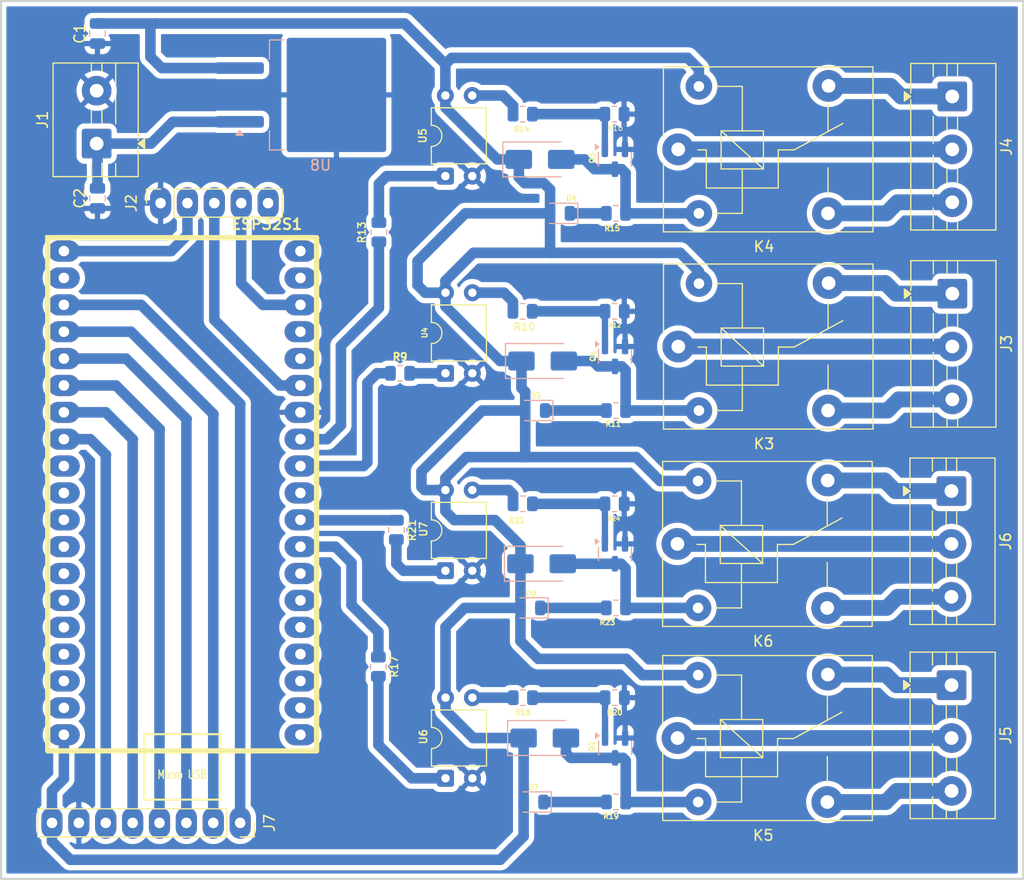
<source format=kicad_pcb>
(kicad_pcb (version 20241229) (generator "pcbnew") (generator_version "9.0")
  (layers (0 "F.Cu" signal) (2 "B.Cu" signal) (13 "F.Paste" user) (15 "B.Paste" user) (5 "F.SilkS" user "F.Silkscreen") (7 "B.SilkS" user "B.Silkscreen") (1 "F.Mask" user) (3 "B.Mask" user) (25 "Edge.Cuts" user))
  (net 0 "")
  (net 1 "5V")
  (net 2 "COM")
  (net 3 "NO")
  (net 4 "NC")
  (net 5 "GND")
  (net 7 "Net-(D3-K)")
  (net 8 "Net-(D4-K)")
  (net 9 "Net-(D5-A)")
  (net 10 "Net-(D6-A)")
  (net 11 "Net-(D7-K)")
  (net 12 "Net-(D8-A)")
  (net 13 "Net-(D9-K)")
  (net 14 "Net-(D10-A)")
  (net 15 "NC-1")
  (net 16 "COM-1")
  (net 17 "NO-1")
  (net 18 "COM-2")
  (net 19 "NC-2")
  (net 20 "NO-2")
  (net 21 "NO-3")
  (net 22 "NC-3")
  (net 23 "COM-3")
  (net 24 "GIO21")
  (net 25 "Net-(R9-Pad1)")
  (net 26 "Net-(R10-Pad1)")
  (net 27 "GIO22")
  (net 28 "Net-(R13-Pad1)")
  (net 29 "Net-(R14-Pad1)")
  (net 30 "GIO16")
  (net 31 "Net-(R17-Pad1)")
  (net 32 "Net-(R18-Pad1)")
  (net 33 "Net-(R21-Pad1)")
  (net 34 "GIO17")
  (net 35 "Net-(R22-Pad1)")
  (net 43 "GIO36")
  (net 44 "GIO19")
  (net 45 "GIO32")
  (net 47 "3,3V")
  (net 58 "GIO34")
  (net 59 "GIO39")
  (net 61 "GIO18")
  (net 64 "GIO35")
  (net 66 "GIO33")
  (net 67 "Net-(Q1-G)")
  (net 68 "Net-(Q2-G)")
  (net 69 "Net-(Q3-G)")
  (net 70 "Net-(Q4-G)")
  (net 71 "Net-(J1-Pin_1)")
  (footprint "Relay_THT:Relay_SPDT_SANYOU_SRD_Series_Form_C" (layer "F.Cu") (at 96.3775 89.06)
    (property "Reference" "K3" (at 8.1 9.2 0) (layer "F.SilkS"))
    (property "Value" "Relay" (hide yes))
    (pad "1" thru_hole circle (at 0 0 90) (size 3 3) (drill 1.3) (layers "*.Cu" "*.Mask") (net 2 "COM"))
    (pad "2" thru_hole circle (at 1.95 6.05 90) (size 2.5 2.5) (drill 1) (layers "*.Cu" "*.Mask") (net 9 "Net-(D5-A)"))
    (pad "3" thru_hole circle (at 14.15 6.05 90) (size 3 3) (drill 1.3) (layers "*.Cu" "*.Mask") (net 3 "NO"))
    (pad "4" thru_hole circle (at 14.2 -6 90) (size 3 3) (drill 1.3) (layers "*.Cu" "*.Mask") (net 4 "NC"))
    (pad "5" thru_hole circle (at 1.95 -5.95 90) (size 2.5 2.5) (drill 1) (layers "*.Cu" "*.Mask") (net 1 "5V"))
  )
  (footprint "Package_DIP:DIP-4_W7.62mm" (layer "F.Cu") (at 74.3775 91.59 90)
    (property "Reference" "U4" (at 3.83 -1.9675 90) (layer "F.SilkS") (effects (font (size 0.5 0.5) (thickness 0.125) (bold yes))))
    (property "Value" "PC817")
    (pad "1" thru_hole roundrect (at 0 0 90) (size 1.6 1.6) (drill 0.8) (layers "*.Cu" "*.Mask") (roundrect_rratio 0.15625) (net 25 "Net-(R9-Pad1)"))
    (pad "2" thru_hole circle (at 0 2.54 90) (size 1.6 1.6) (drill 0.8) (layers "*.Cu" "*.Mask") (net 5 "GND"))
    (pad "3" thru_hole circle (at 7.62 2.54 90) (size 1.6 1.6) (drill 0.8) (layers "*.Cu" "*.Mask") (net 26 "Net-(R10-Pad1)"))
    (pad "4" thru_hole circle (at 7.62 0 90) (size 1.6 1.6) (drill 0.8) (layers "*.Cu" "*.Mask") (net 1 "5V"))
  )
  (footprint "Relay_THT:Relay_SPDT_SANYOU_SRD_Series_Form_C" (layer "F.Cu") (at 96.37 70.42)
    (property "Reference" "K4" (at 8.1 9.2 0) (layer "F.SilkS"))
    (property "Value" "Relay" (hide yes))
    (pad "1" thru_hole circle (at 0 0 90) (size 3 3) (drill 1.3) (layers "*.Cu" "*.Mask") (net 16 "COM-1"))
    (pad "2" thru_hole circle (at 1.95 6.05 90) (size 2.5 2.5) (drill 1) (layers "*.Cu" "*.Mask") (net 10 "Net-(D6-A)"))
    (pad "3" thru_hole circle (at 14.15 6.05 90) (size 3 3) (drill 1.3) (layers "*.Cu" "*.Mask") (net 17 "NO-1"))
    (pad "4" thru_hole circle (at 14.2 -6 90) (size 3 3) (drill 1.3) (layers "*.Cu" "*.Mask") (net 15 "NC-1"))
    (pad "5" thru_hole circle (at 1.95 -5.95 90) (size 2.5 2.5) (drill 1) (layers "*.Cu" "*.Mask") (net 1 "5V"))
  )
  (footprint "Package_DIP:DIP-4_W7.62mm" (layer "F.Cu") (at 74.385 129.875 90)
    (property "Reference" "U6" (at 3.925 -2.095 90) (layer "F.SilkS") (effects (font (size 0.7 0.7) (thickness 0.14) (bold yes))))
    (property "Value" "PC817")
    (pad "1" thru_hole roundrect (at 0 0 90) (size 1.6 1.6) (drill 0.8) (layers "*.Cu" "*.Mask") (roundrect_rratio 0.15625) (net 31 "Net-(R17-Pad1)"))
    (pad "2" thru_hole circle (at 0 2.54 90) (size 1.6 1.6) (drill 0.8) (layers "*.Cu" "*.Mask") (net 5 "GND"))
    (pad "3" thru_hole circle (at 7.62 2.54 90) (size 1.6 1.6) (drill 0.8) (layers "*.Cu" "*.Mask") (net 32 "Net-(R18-Pad1)"))
    (pad "4" thru_hole circle (at 7.62 0 90) (size 1.6 1.6) (drill 0.8) (layers "*.Cu" "*.Mask") (net 1 "5V"))
  )
  (footprint "TerminalBlock:TerminalBlock_MaiXu_MX126-5.0-03P_1x03_P5.00mm" (layer "F.Cu") (at 122.2675 84.06 -90)
    (property "Reference" "J3" (at 4.75 -5.12 90) (layer "F.SilkS"))
    (property "Value" "Screw_Terminal_01x03" (hide yes))
    (pad "1" thru_hole roundrect (at 0 0 270) (size 2.8 2.8) (drill 1.3) (layers "*.Cu" "*.Mask") (roundrect_rratio 0.089286) (net 4 "NC"))
    (pad "2" thru_hole circle (at 5 0 270) (size 2.8 2.8) (drill 1.3) (layers "*.Cu" "*.Mask") (net 2 "COM"))
    (pad "3" thru_hole circle (at 10 0 270) (size 2.8 2.8) (drill 1.3) (layers "*.Cu" "*.Mask") (net 3 "NO"))
  )
  (footprint "TerminalBlock:TerminalBlock_MaiXu_MX126-5.0-03P_1x03_P5.00mm" (layer "F.Cu") (at 122.26 65.42 -90)
    (property "Reference" "J4" (at 4.75 -5.12 90) (layer "F.SilkS"))
    (property "Value" "Screw_Terminal_01x03" (hide yes))
    (pad "1" thru_hole roundrect (at 0 0 270) (size 2.8 2.8) (drill 1.3) (layers "*.Cu" "*.Mask") (roundrect_rratio 0.089286) (net 15 "NC-1"))
    (pad "2" thru_hole circle (at 5 0 270) (size 2.8 2.8) (drill 1.3) (layers "*.Cu" "*.Mask") (net 16 "COM-1"))
    (pad "3" thru_hole circle (at 10 0 270) (size 2.8 2.8) (drill 1.3) (layers "*.Cu" "*.Mask") (net 17 "NO-1"))
  )
  (footprint "Relay_THT:Relay_SPDT_SANYOU_SRD_Series_Form_C" (layer "F.Cu") (at 96.305 126.07)
    (property "Reference" "K5" (at 8.1 9.2 0) (layer "F.SilkS"))
    (property "Value" "Relay" (hide yes))
    (pad "1" thru_hole circle (at 0 0 90) (size 3 3) (drill 1.3) (layers "*.Cu" "*.Mask") (net 23 "COM-3"))
    (pad "2" thru_hole circle (at 1.95 6.05 90) (size 2.5 2.5) (drill 1) (layers "*.Cu" "*.Mask") (net 12 "Net-(D8-A)"))
    (pad "3" thru_hole circle (at 14.15 6.05 90) (size 3 3) (drill 1.3) (layers "*.Cu" "*.Mask") (net 21 "NO-3"))
    (pad "4" thru_hole circle (at 14.2 -6 90) (size 3 3) (drill 1.3) (layers "*.Cu" "*.Mask") (net 22 "NC-3"))
    (pad "5" thru_hole circle (at 1.95 -5.95 90) (size 2.5 2.5) (drill 1) (layers "*.Cu" "*.Mask") (net 1 "5V"))
  )
  (footprint "Package_DIP:DIP-4_W7.62mm" (layer "F.Cu") (at 74.37 72.95 90)
    (property "Reference" "U5" (at 3.815 -2.145 90) (layer "F.SilkS") (effects (font (size 0.7 0.7) (thickness 0.14) (bold yes))))
    (property "Value" "PC817")
    (pad "1" thru_hole roundrect (at 0 0 90) (size 1.6 1.6) (drill 0.8) (layers "*.Cu" "*.Mask") (roundrect_rratio 0.15625) (net 28 "Net-(R13-Pad1)"))
    (pad "2" thru_hole circle (at 0 2.54 90) (size 1.6 1.6) (drill 0.8) (layers "*.Cu" "*.Mask") (net 5 "GND"))
    (pad "3" thru_hole circle (at 7.62 2.54 90) (size 1.6 1.6) (drill 0.8) (layers "*.Cu" "*.Mask") (net 29 "Net-(R14-Pad1)"))
    (pad "4" thru_hole circle (at 7.62 0 90) (size 1.6 1.6) (drill 0.8) (layers "*.Cu" "*.Mask") (net 1 "5V"))
  )
  (footprint "TerminalBlock:TerminalBlock_MaiXu_MX126-5.0-02P_1x02_P5.00mm" (layer "F.Cu") (at 41.4225 69.875 90)
    (property "Reference" "J1" (at 2.25 -5.12 90) (layer "F.SilkS"))
    (property "Value" "Screw_Terminal_01x02" (hide yes))
    (pad "1" thru_hole roundrect (at 0 0 90) (size 2.8 2.8) (drill 1.3) (layers "*.Cu" "*.Mask") (roundrect_rratio 0.089286) (net 71 "Net-(J1-Pin_1)"))
    (pad "2" thru_hole circle (at 5 0 90) (size 2.8 2.8) (drill 1.3) (layers "*.Cu" "*.Mask") (net 5 "GND"))
  )
  (footprint "Connector_PinSocket_2.54mm:PinSocket_1x05_P2.54mm_Vertical" (layer "F.Cu") (at 47.46 75.5 90)
    (property "Reference" "J2" (at 0 -2.77 90) (layer "F.SilkS"))
    (property "Value" "Conn_01x04" (hide yes))
    (pad "1" thru_hole oval (at 0 0 90) (size 3 2) (drill 1) (layers "*.Cu" "*.Mask") (net 5 "GND"))
    (pad "2" thru_hole oval (at 0 2.54 90) (size 3 2) (drill 1) (layers "*.Cu" "*.Mask") (net 47 "3,3V"))
    (pad "3" thru_hole oval (at 0 5.08 90) (size 3 2) (drill 1) (layers "*.Cu" "*.Mask") (net 24 "GIO21"))
    (pad "4" thru_hole oval (at 0 7.62 90) (size 3 2) (drill 1) (layers "*.Cu" "*.Mask") (net 27 "GIO22"))
    (pad "5" thru_hole oval (at 0 10.16 90) (size 3 2) (drill 1) (layers "*.Cu" "*.Mask"))
  )
  (footprint "Connector_PinSocket_2.54mm:PinSocket_1x08_P2.54mm_Vertical" (layer "F.Cu") (at 54.98 134.09 -90)
    (property "Reference" "J7" (at 0 -2.77 270) (layer "F.SilkS"))
    (property "Value" "Conn_01x08" (hide yes))
    (pad "1" thru_hole oval (at 0 0 270) (size 3 2) (drill 1) (layers "*.Cu" "*.Mask") (net 43 "GIO36"))
    (pad "2" thru_hole oval (at 0 2.54 270) (size 3 2) (drill 1) (layers "*.Cu" "*.Mask") (net 59 "GIO39"))
    (pad "3" thru_hole oval (at 0 5.08 270) (size 3 2) (drill 1) (layers "*.Cu" "*.Mask") (net 58 "GIO34"))
    (pad "4" thru_hole oval (at 0 7.62 270) (size 3 2) (drill 1) (layers "*.Cu" "*.Mask") (net 64 "GIO35"))
    (pad "5" thru_hole oval (at 0 10.16 270) (size 3 2) (drill 1) (layers "*.Cu" "*.Mask") (net 45 "GIO32"))
    (pad "6" thru_hole oval (at 0 12.7 270) (size 3 2) (drill 1) (layers "*.Cu" "*.Mask") (net 66 "GIO33"))
    (pad "7" thru_hole oval (at 0 15.24 270) (size 3 2) (drill 1) (layers "*.Cu" "*.Mask") (net 5 "GND"))
    (pad "8" thru_hole oval (at 0 17.78 270) (size 3 2) (drill 1) (layers "*.Cu" "*.Mask") (net 1 "5V"))
  )
  (footprint "Relay_THT:Relay_SPDT_SANYOU_SRD_Series_Form_C" (layer "F.Cu") (at 96.2925 107.72)
    (property "Reference" "K6" (at 8.1 9.2 0) (layer "F.SilkS"))
    (property "Value" "Relay" (hide yes))
    (pad "1" thru_hole circle (at 0 0 90) (size 3 3) (drill 1.3) (layers "*.Cu" "*.Mask") (net 18 "COM-2"))
    (pad "2" thru_hole circle (at 1.95 6.05 90) (size 2.5 2.5) (drill 1) (layers "*.Cu" "*.Mask") (net 14 "Net-(D10-A)"))
    (pad "3" thru_hole circle (at 14.15 6.05 90) (size 3 3) (drill 1.3) (layers "*.Cu" "*.Mask") (net 20 "NO-2"))
    (pad "4" thru_hole circle (at 14.2 -6 90) (size 3 3) (drill 1.3) (layers "*.Cu" "*.Mask") (net 19 "NC-2"))
    (pad "5" thru_hole circle (at 1.95 -5.95 90) (size 2.5 2.5) (drill 1) (layers "*.Cu" "*.Mask") (net 1 "5V"))
  )
  (footprint "6°3RA_Nahuel:ESP32S_38_PINES" (layer "F.Cu") (at 49.5 75.2565)
    (property "Reference" "ESP32S1" (at 8 2.2435 0) (layer "F.SilkS") (effects (font (thickness 0.2) (bold yes))))
    (property "Value" "~" (hide yes))
    (fp_text user "Micro USB" (at 0 54.737 0) (layer "F.SilkS") (effects (font (size 0.8 0.6) (thickness 0.12) (bold yes)) (justify bottom)))
    (pad "1" thru_hole oval (at 11.176 4.783) (size 3 2) (drill oval 1) (layers "*.Cu" "*.Mask"))
    (pad "2" thru_hole oval (at 11.176 7.323) (size 3 2) (drill oval 1) (layers "*.Cu" "*.Mask"))
    (pad "3" thru_hole oval (at 11.176 9.863) (size 3 2) (drill oval 1) (layers "*.Cu" "*.Mask") (net 27 "GIO22"))
    (pad "4" thru_hole oval (at 11.176 12.403) (size 3 2) (drill oval 1) (layers "*.Cu" "*.Mask"))
    (pad "5" thru_hole oval (at 11.176 14.943) (size 3 2) (drill oval 1) (layers "*.Cu" "*.Mask"))
    (pad "6" thru_hole oval (at 11.176 17.483) (size 3 2) (drill oval 1) (layers "*.Cu" "*.Mask") (net 24 "GIO21"))
    (pad "7" thru_hole oval (at 11.176 20.023) (size 3 2) (drill oval 1) (layers "*.Cu" "*.Mask") (net 5 "GND"))
    (pad "8" thru_hole oval (at 11.176 22.563) (size 3 2) (drill oval 1) (layers "*.Cu" "*.Mask") (net 44 "GIO19"))
    (pad "9" thru_hole oval (at 11.176 25.103) (size 3 2) (drill oval 1) (layers "*.Cu" "*.Mask") (net 61 "GIO18"))
    (pad "10" thru_hole oval (at 11.176 27.643) (size 3 2) (drill oval 1) (layers "*.Cu" "*.Mask"))
    (pad "11" thru_hole oval (at 11.176 30.183) (size 3 2) (drill oval 1) (layers "*.Cu" "*.Mask") (net 34 "GIO17"))
    (pad "12" thru_hole oval (at 11.176 32.723) (size 3 2) (drill oval 1) (layers "*.Cu" "*.Mask") (net 30 "GIO16"))
    (pad "13" thru_hole oval (at 11.176 35.263) (size 3 2) (drill oval 1) (layers "*.Cu" "*.Mask"))
    (pad "14" thru_hole oval (at 11.176 37.803) (size 3 2) (drill oval 1) (layers "*.Cu" "*.Mask"))
    (pad "15" thru_hole oval (at 11.176 40.343) (size 3 2) (drill oval 1) (layers "*.Cu" "*.Mask"))
    (pad "16" thru_hole oval (at 11.176 42.883) (size 3 2) (drill oval 1) (layers "*.Cu" "*.Mask"))
    (pad "17" thru_hole oval (at 11.176 45.423) (size 3 2) (drill oval 1) (layers "*.Cu" "*.Mask"))
    (pad "18" thru_hole oval (at 11.176 47.963) (size 3 2) (drill oval 1) (layers "*.Cu" "*.Mask"))
    (pad "19" thru_hole oval (at 11.176 50.503) (size 3 2) (drill oval 1) (layers "*.Cu" "*.Mask"))
    (pad "20" thru_hole oval (at -11.17 4.78) (size 3 2) (drill oval 1) (layers "*.Cu" "*.Mask") (net 47 "3,3V"))
    (pad "21" thru_hole oval (at -11.176 7.323) (size 3 2) (drill oval 1) (layers "*.Cu" "*.Mask"))
    (pad "22" thru_hole oval (at -11.176 9.863) (size 3 2) (drill oval 1) (layers "*.Cu" "*.Mask") (net 43 "GIO36"))
    (pad "23" thru_hole oval (at -11.176 12.403) (size 3 2) (drill oval 1) (layers "*.Cu" "*.Mask") (net 59 "GIO39"))
    (pad "24" thru_hole oval (at -11.176 14.943) (size 3 2) (drill oval 1) (layers "*.Cu" "*.Mask") (net 58 "GIO34"))
    (pad "25" thru_hole oval (at -11.176 17.483) (size 3 2) (drill oval 1) (layers "*.Cu" "*.Mask") (net 64 "GIO35"))
    (pad "26" thru_hole oval (at -11.176 20.023) (size 3 2) (drill oval 1) (layers "*.Cu" "*.Mask") (net 45 "GIO32"))
    (pad "27" thru_hole oval (at -11.176 22.563) (size 3 2) (drill oval 1) (layers "*.Cu" "*.Mask") (net 66 "GIO33"))
    (pad "28" thru_hole oval (at -11.176 25.103) (size 3 2) (drill oval 1) (layers "*.Cu" "*.Mask"))
    (pad "29" thru_hole oval (at -11.176 27.643) (size 3 2) (drill oval 1) (layers "*.Cu" "*.Mask"))
    (pad "30" thru_hole oval (at -11.176 30.183) (size 3 2) (drill oval 1) (layers "*.Cu" "*.Mask"))
    (pad "31" thru_hole oval (at -11.176 32.723) (size 3 2) (drill oval 1) (layers "*.Cu" "*.Mask"))
    (pad "32" thru_hole oval (at -11.176 35.263) (size 3 2) (drill oval 1) (layers "*.Cu" "*.Mask"))
    (pad "33" thru_hole oval (at -11.176 37.803) (size 3 2) (drill oval 1) (layers "*.Cu" "*.Mask"))
    (pad "34" thru_hole oval (at -11.176 40.343) (size 3 2) (drill oval 1) (layers "*.Cu" "*.Mask"))
    (pad "35" thru_hole oval (at -11.176 42.883) (size 3 2) (drill oval 1) (layers "*.Cu" "*.Mask"))
    (pad "36" thru_hole oval (at -11.176 45.423) (size 3 2) (drill oval 1) (layers "*.Cu" "*.Mask"))
    (pad "37" thru_hole oval (at -11.176 47.963) (size 3 2) (drill oval 1) (layers "*.Cu" "*.Mask"))
    (pad "38" thru_hole oval (at -11.176 50.503) (size 3 2) (drill oval 1) (layers "*.Cu" "*.Mask") (net 1 "5V"))
  )
  (footprint "TerminalBlock:TerminalBlock_MaiXu_MX126-5.0-03P_1x03_P5.00mm" (layer "F.Cu") (at 122.195 121.07 -90)
    (property "Reference" "J5" (at 4.75 -5.12 90) (layer "F.SilkS"))
    (property "Value" "Screw_Terminal_01x03" (hide yes))
    (pad "1" thru_hole roundrect (at 0 0 270) (size 2.8 2.8) (drill 1.3) (layers "*.Cu" "*.Mask") (roundrect_rratio 0.089286) (net 22 "NC-3"))
    (pad "2" thru_hole circle (at 5 0 270) (size 2.8 2.8) (drill 1.3) (layers "*.Cu" "*.Mask") (net 23 "COM-3"))
    (pad "3" thru_hole circle (at 10 0 270) (size 2.8 2.8) (drill 1.3) (layers "*.Cu" "*.Mask") (net 21 "NO-3"))
  )
  (footprint "Package_DIP:DIP-4_W7.62mm" (layer "F.Cu") (at 74.3725 110.25 90)
    (property "Reference" "U7" (at 3.92 -2.07 90) (layer "F.SilkS") (effects (font (size 0.7 0.7) (thickness 0.14) (bold yes))))
    (property "Value" "PC817")
    (pad "1" thru_hole roundrect (at 0 0 90) (size 1.6 1.6) (drill 0.8) (layers "*.Cu" "*.Mask") (roundrect_rratio 0.15625) (net 33 "Net-(R21-Pad1)"))
    (pad "2" thru_hole circle (at 0 2.54 90) (size 1.6 1.6) (drill 0.8) (layers "*.Cu" "*.Mask") (net 5 "GND"))
    (pad "3" thru_hole circle (at 7.62 2.54 90) (size 1.6 1.6) (drill 0.8) (layers "*.Cu" "*.Mask") (net 35 "Net-(R22-Pad1)"))
    (pad "4" thru_hole circle (at 7.62 0 90) (size 1.6 1.6) (drill 0.8) (layers "*.Cu" "*.Mask") (net 1 "5V"))
  )
  (footprint "TerminalBlock:TerminalBlock_MaiXu_MX126-5.0-03P_1x03_P5.00mm" (layer "F.Cu") (at 122.1825 102.72 -90)
    (property "Reference" "J6" (at 4.75 -5.12 90) (layer "F.SilkS"))
    (property "Value" "Screw_Terminal_01x03" (hide yes))
    (pad "1" thru_hole roundrect (at 0 0 270) (size 2.8 2.8) (drill 1.3) (layers "*.Cu" "*.Mask") (roundrect_rratio 0.089286) (net 19 "NC-2"))
    (pad "2" thru_hole circle (at 5 0 270) (size 2.8 2.8) (drill 1.3) (layers "*.Cu" "*.Mask") (net 18 "COM-2"))
    (pad "3" thru_hole circle (at 10 0 270) (size 2.8 2.8) (drill 1.3) (layers "*.Cu" "*.Mask") (net 20 "NO-2"))
  )
  (footprint "Resistor_SMD:R_0805_2012Metric" (layer "B.Cu") (at 90.485 113.77)
    (property "Reference" "R23" (at -0.8125 1.36 0) (layer "F.SilkS") (effects (font (size 0.5 0.5) (thickness 0.125))))
    (property "Value" "220Ω")
    (pad "1" smd roundrect (at -0.9125 0) (size 1.025 1.4) (layers "B.Cu" "B.Mask" "B.Paste") (roundrect_rratio 0.243902) (net 13 "Net-(D9-K)"))
    (pad "2" smd roundrect (at 0.9125 0) (size 1.025 1.4) (layers "B.Cu" "B.Mask" "B.Paste") (roundrect_rratio 0.243902) (net 14 "Net-(D10-A)"))
  )
  (footprint "Package_TO_SOT_SMD:TO-263-2" (layer "B.Cu") (at 62.575 65.275)
    (property "Reference" "U8" (at 0 6.65 0) (layer "B.SilkS") (effects (justify mirror)))
    (property "Value" "KA78M05_TO252")
    (pad "1" smd roundrect (at -7.65 2.54) (size 4.6 1.1) (layers "B.Cu" "B.Mask" "B.Paste") (roundrect_rratio 0.227273) (net 71 "Net-(J1-Pin_1)"))
    (pad "2" smd roundrect (at 1.5 0) (size 9.4 10.8) (layers "B.Cu" "B.Mask") (roundrect_rratio 0.026596) (net 5 "GND"))
    (pad "3" smd roundrect (at -7.65 -2.54) (size 4.6 1.1) (layers "B.Cu" "B.Mask" "B.Paste") (roundrect_rratio 0.227273) (net 1 "5V"))
  )
  (footprint "Resistor_SMD:R_0805_2012Metric" (layer "B.Cu") (at 90.3675 122.255)
    (property "Reference" "R20" (at 0 1.4 0) (layer "F.SilkS") (effects (font (size 0.5 0.5) (thickness 0.125))))
    (property "Value" "10KΩ")
    (pad "1" smd roundrect (at -0.9125 0) (size 1.025 1.4) (layers "B.Cu" "B.Mask" "B.Paste") (roundrect_rratio 0.243902) (net 68 "Net-(Q2-G)"))
    (pad "2" smd roundrect (at 0.9125 0) (size 1.025 1.4) (layers "B.Cu" "B.Mask" "B.Paste") (roundrect_rratio 0.243902) (net 5 "GND"))
  )
  (footprint "Resistor_SMD:R_0805_2012Metric" (layer "B.Cu") (at 81.6825 103.93)
    (property "Reference" "R22" (at -0.56 1.58 0) (layer "F.SilkS") (effects (font (size 0.5 0.5) (thickness 0.125))))
    (property "Value" "1KΩ")
    (pad "1" smd roundrect (at -0.9125 0) (size 1.025 1.4) (layers "B.Cu" "B.Mask" "B.Paste") (roundrect_rratio 0.243902) (net 35 "Net-(R22-Pad1)"))
    (pad "2" smd roundrect (at 0.9125 0) (size 1.025 1.4) (layers "B.Cu" "B.Mask" "B.Paste") (roundrect_rratio 0.243902) (net 67 "Net-(Q1-G)"))
  )
  (footprint "Resistor_SMD:R_0805_2012Metric" (layer "B.Cu") (at 90.4825 76.47)
    (property "Reference" "R15" (at -0.35 1.42 0) (layer "F.SilkS") (effects (font (size 0.5 0.5) (thickness 0.125))))
    (property "Value" "220Ω")
    (pad "1" smd roundrect (at -0.9125 0) (size 1.025 1.4) (layers "B.Cu" "B.Mask" "B.Paste") (roundrect_rratio 0.243902) (net 8 "Net-(D4-K)"))
    (pad "2" smd roundrect (at 0.9125 0) (size 1.025 1.4) (layers "B.Cu" "B.Mask" "B.Paste") (roundrect_rratio 0.243902) (net 10 "Net-(D6-A)"))
  )
  (footprint "Resistor_SMD:R_0805_2012Metric" (layer "B.Cu") (at 90.36 85.73)
    (property "Reference" "R12" (at 0.02 1.32 0) (layer "F.SilkS") (effects (font (size 0.4 0.4) (thickness 0.1))))
    (property "Value" "10KΩ")
    (pad "1" smd roundrect (at -0.9125 0) (size 1.025 1.4) (layers "B.Cu" "B.Mask" "B.Paste") (roundrect_rratio 0.243902) (net 70 "Net-(Q4-G)"))
    (pad "2" smd roundrect (at 0.9125 0) (size 1.025 1.4) (layers "B.Cu" "B.Mask" "B.Paste") (roundrect_rratio 0.243902) (net 5 "GND"))
  )
  (footprint "Resistor_SMD:R_0805_2012Metric" (layer "B.Cu") (at 90.355 103.93)
    (property "Reference" "R24" (at -0.0675 1.4 0) (layer "F.SilkS") (effects (font (size 0.4 0.4) (thickness 0.1))))
    (property "Value" "10KΩ")
    (pad "1" smd roundrect (at -0.9125 0) (size 1.025 1.4) (layers "B.Cu" "B.Mask" "B.Paste") (roundrect_rratio 0.243902) (net 67 "Net-(Q1-G)"))
    (pad "2" smd roundrect (at 0.9125 0) (size 1.025 1.4) (layers "B.Cu" "B.Mask" "B.Paste") (roundrect_rratio 0.243902) (net 5 "GND"))
  )
  (footprint "Diode_SMD:D_SMA" (layer "B.Cu") (at 83.4625 109.595)
    (property "Reference" "D10" (hide yes))
    (property "Value" "1N4007")
    (pad "1" smd roundrect (at -2 0) (size 2.5 1.8) (layers "B.Cu" "B.Mask" "B.Paste") (roundrect_rratio 0.1388888889) (net 1 "5V"))
    (pad "2" smd roundrect (at 2 0) (size 2.5 1.8) (layers "B.Cu" "B.Mask" "B.Paste") (roundrect_rratio 0.1388888889) (net 14 "Net-(D10-A)"))
  )
  (footprint "Diode_SMD:D_SMA" (layer "B.Cu") (at 83.56 90.43)
    (property "Reference" "D5" (hide yes))
    (property "Value" "1N4007")
    (pad "1" smd roundrect (at -2 0) (size 2.5 1.8) (layers "B.Cu" "B.Mask" "B.Paste") (roundrect_rratio 0.1388888889) (net 1 "5V"))
    (pad "2" smd roundrect (at 2 0) (size 2.5 1.8) (layers "B.Cu" "B.Mask" "B.Paste") (roundrect_rratio 0.1388888889) (net 9 "Net-(D5-A)"))
  )
  (footprint "Resistor_SMD:R_0805_2012Metric" (layer "B.Cu") (at 90.4975 132.12)
    (property "Reference" "R19" (at -0.47 1.34 0) (layer "F.SilkS") (effects (font (size 0.5 0.5) (thickness 0.125))))
    (property "Value" "220Ω")
    (pad "1" smd roundrect (at -0.9125 0) (size 1.025 1.4) (layers "B.Cu" "B.Mask" "B.Paste") (roundrect_rratio 0.243902) (net 11 "Net-(D7-K)"))
    (pad "2" smd roundrect (at 0.9125 0) (size 1.025 1.4) (layers "B.Cu" "B.Mask" "B.Paste") (roundrect_rratio 0.243902) (net 12 "Net-(D8-A)"))
  )
  (footprint "Capacitor_SMD:C_0805_2012Metric" (layer "B.Cu") (at 41.5 59.47 -90)
    (property "Reference" "C1" (at 0 1.68 90) (layer "F.SilkS"))
    (property "Value" "C_US" (hide yes))
    (pad "1" smd roundrect (at -0.95 0 270) (size 1 1.45) (layers "B.Cu" "B.Mask" "B.Paste") (net 1 "5V"))
    (pad "2" smd roundrect (at 0.95 0 270) (size 1 1.45) (layers "B.Cu" "B.Mask" "B.Paste") (net 5 "GND"))
  )
  (footprint "Diode_SMD:D_SMA" (layer "B.Cu") (at 83.76 126.07)
    (property "Reference" "D8" (hide yes))
    (property "Value" "1N4007")
    (pad "1" smd roundrect (at -2 0) (size 2.5 1.8) (layers "B.Cu" "B.Mask" "B.Paste") (roundrect_rratio 0.1388888889) (net 1 "5V"))
    (pad "2" smd roundrect (at 2 0) (size 2.5 1.8) (layers "B.Cu" "B.Mask" "B.Paste") (roundrect_rratio 0.1388888889) (net 12 "Net-(D8-A)"))
  )
  (footprint "Resistor_SMD:R_0805_2012Metric" (layer "B.Cu") (at 69.74 106.3975 90)
    (property "Reference" "R21" (at -0.0375 1.48 90) (layer "F.SilkS") (effects (font (size 0.7 0.7) (thickness 0.14) (bold yes))))
    (property "Value" "220Ω")
    (pad "1" smd roundrect (at -0.9125 0 90) (size 1.025 1.4) (layers "B.Cu" "B.Mask" "B.Paste") (roundrect_rratio 0.243902) (net 33 "Net-(R21-Pad1)"))
    (pad "2" smd roundrect (at 0.9125 0 90) (size 1.025 1.4) (layers "B.Cu" "B.Mask" "B.Paste") (roundrect_rratio 0.243902) (net 34 "GIO17"))
  )
  (footprint "Resistor_SMD:R_0805_2012Metric" (layer "B.Cu") (at 70.0875 91.59 180)
    (property "Reference" "R9" (at 0.0025 1.55 0) (layer "F.SilkS") (effects (font (size 0.7 0.7) (thickness 0.17) (bold yes))))
    (property "Value" "220Ω")
    (pad "1" smd roundrect (at -0.9125 0 180) (size 1.025 1.4) (layers "B.Cu" "B.Mask" "B.Paste") (roundrect_rratio 0.243902) (net 25 "Net-(R9-Pad1)"))
    (pad "2" smd roundrect (at 0.9125 0 180) (size 1.025 1.4) (layers "B.Cu" "B.Mask" "B.Paste") (roundrect_rratio 0.243902) (net 61 "GIO18"))
  )
  (footprint "LED_SMD:LED_0805_2012Metric" (layer "B.Cu") (at 82.4 113.77 180)
    (property "Reference" "D9" (at -0.06 1.34 0) (layer "F.SilkS") (effects (font (size 0.5 0.5) (thickness 0.125))))
    (property "Value" "LED")
    (pad "1" smd roundrect (at -0.9375 0 180) (size 0.975 1.4) (layers "B.Cu" "B.Mask" "B.Paste") (net 13 "Net-(D9-K)"))
    (pad "2" smd roundrect (at 0.9375 0 180) (size 0.975 1.4) (layers "B.Cu" "B.Mask" "B.Paste") (net 1 "5V"))
  )
  (footprint "Capacitor_SMD:C_0805_2012Metric" (layer "B.Cu") (at 41.5 75.05 -90)
    (property "Reference" "C2" (at 0 1.68 90) (layer "F.SilkS"))
    (property "Value" "C" (hide yes))
    (pad "1" smd roundrect (at -0.95 0 270) (size 1 1.45) (layers "B.Cu" "B.Mask" "B.Paste") (net 71 "Net-(J1-Pin_1)"))
    (pad "2" smd roundrect (at 0.95 0 270) (size 1 1.45) (layers "B.Cu" "B.Mask" "B.Paste") (net 5 "GND"))
  )
  (footprint "LED_SMD:LED_0805_2012Metric" (layer "B.Cu") (at 85.2 76.47 180)
    (property "Reference" "D4" (at -1.08 1.44 0) (layer "F.SilkS") (effects (font (size 0.5 0.5) (thickness 0.125))))
    (property "Value" "LED")
    (pad "1" smd roundrect (at -0.9375 0 180) (size 0.975 1.4) (layers "B.Cu" "B.Mask" "B.Paste") (net 8 "Net-(D4-K)"))
    (pad "2" smd roundrect (at 0.9375 0 180) (size 0.975 1.4) (layers "B.Cu" "B.Mask" "B.Paste") (net 1 "5V"))
  )
  (footprint "Package_TO_SOT_SMD:SOT-23" (layer "B.Cu") (at 90.3925 108.6575 -90)
    (property "Reference" "Q1" (hide yes))
    (property "Value" "2N7002")
    (pad "1" smd roundrect (at -0.9375 0.95 270) (size 1.475 0.6) (layers "B.Cu" "B.Mask" "B.Paste") (net 67 "Net-(Q1-G)"))
    (pad "2" smd roundrect (at -0.9375 -0.95 270) (size 1.475 0.6) (layers "B.Cu" "B.Mask" "B.Paste") (net 5 "GND"))
    (pad "3" smd roundrect (at 0.9375 0 270) (size 1.475 0.6) (layers "B.Cu" "B.Mask" "B.Paste") (net 14 "Net-(D10-A)"))
  )
  (footprint "Resistor_SMD:R_0805_2012Metric" (layer "B.Cu") (at 90.34 67.09)
    (property "Reference" "R16" (at 0.09 1.32 0) (layer "F.SilkS") (effects (font (size 0.5 0.5) (thickness 0.075))))
    (property "Value" "10KΩ")
    (pad "1" smd roundrect (at -0.9125 0) (size 1.025 1.4) (layers "B.Cu" "B.Mask" "B.Paste") (roundrect_rratio 0.243902) (net 69 "Net-(Q3-G)"))
    (pad "2" smd roundrect (at 0.9125 0) (size 1.025 1.4) (layers "B.Cu" "B.Mask" "B.Paste") (roundrect_rratio 0.243902) (net 5 "GND"))
  )
  (footprint "Package_TO_SOT_SMD:SOT-23" (layer "B.Cu") (at 90.39 71.3575 -90)
    (property "Reference" "Q3" (at -0.12 2.15 90) (layer "F.SilkS") (effects (font (size 0.5 0.5) (thickness 0.125))))
    (property "Value" "2N7002H")
    (pad "1" smd roundrect (at -0.9375 0.95 270) (size 1.475 0.6) (layers "B.Cu" "B.Mask" "B.Paste") (net 69 "Net-(Q3-G)"))
    (pad "2" smd roundrect (at -0.9375 -0.95 270) (size 1.475 0.6) (layers "B.Cu" "B.Mask" "B.Paste") (net 5 "GND"))
    (pad "3" smd roundrect (at 0.9375 0 270) (size 1.475 0.6) (layers "B.Cu" "B.Mask" "B.Paste") (net 10 "Net-(D6-A)"))
  )
  (footprint "Package_TO_SOT_SMD:SOT-23" (layer "B.Cu") (at 90.3975 89.9975 -90)
    (property "Reference" "Q4" (at -0.0225 2.0775 90) (layer "F.SilkS") (effects (font (size 0.5 0.5) (thickness 0.125))))
    (property "Value" "2N7002")
    (pad "1" smd roundrect (at -0.9375 0.95 270) (size 1.475 0.6) (layers "B.Cu" "B.Mask" "B.Paste") (net 70 "Net-(Q4-G)"))
    (pad "2" smd roundrect (at -0.9375 -0.95 270) (size 1.475 0.6) (layers "B.Cu" "B.Mask" "B.Paste") (net 5 "GND"))
    (pad "3" smd roundrect (at 0.9375 0 270) (size 1.475 0.6) (layers "B.Cu" "B.Mask" "B.Paste") (net 9 "Net-(D5-A)"))
  )
  (footprint "Resistor_SMD:R_0805_2012Metric" (layer "B.Cu") (at 81.695 122.255)
    (property "Reference" "R18" (at 0 1.4 0) (layer "F.SilkS") (effects (font (size 0.5 0.5) (thickness 0.125))))
    (property "Value" "1KΩ")
    (pad "1" smd roundrect (at -0.9125 0) (size 1.025 1.4) (layers "B.Cu" "B.Mask" "B.Paste") (roundrect_rratio 0.243902) (net 32 "Net-(R18-Pad1)"))
    (pad "2" smd roundrect (at 0.9125 0) (size 1.025 1.4) (layers "B.Cu" "B.Mask" "B.Paste") (roundrect_rratio 0.243902) (net 68 "Net-(Q2-G)"))
  )
  (footprint "Resistor_SMD:R_0805_2012Metric" (layer "B.Cu") (at 68.04 119.3275 90)
    (property "Reference" "R17" (at 0 1.49 90) (layer "F.SilkS") (effects (font (size 0.7 0.7) (thickness 0.14) (bold yes))))
    (property "Value" "220Ω")
    (pad "1" smd roundrect (at -0.9125 0 90) (size 1.025 1.4) (layers "B.Cu" "B.Mask" "B.Paste") (roundrect_rratio 0.243902) (net 31 "Net-(R17-Pad1)"))
    (pad "2" smd roundrect (at 0.9125 0 90) (size 1.025 1.4) (layers "B.Cu" "B.Mask" "B.Paste") (roundrect_rratio 0.243902) (net 30 "GIO16"))
  )
  (footprint "Resistor_SMD:R_0805_2012Metric" (layer "B.Cu") (at 81.6625 85.73)
    (property "Reference" "R10" (at 0.1725 1.47 0) (layer "F.SilkS") (effects (font (size 0.7 0.7))))
    (property "Value" "1KΩ")
    (pad "1" smd roundrect (at -0.9125 0) (size 1.025 1.4) (layers "B.Cu" "B.Mask" "B.Paste") (roundrect_rratio 0.243902) (net 26 "Net-(R10-Pad1)"))
    (pad "2" smd roundrect (at 0.9125 0) (size 1.025 1.4) (layers "B.Cu" "B.Mask" "B.Paste") (roundrect_rratio 0.243902) (net 70 "Net-(Q4-G)"))
  )
  (footprint "Package_TO_SOT_SMD:SOT-23" (layer "B.Cu") (at 90.405 127.0075 -90)
    (property "Reference" "Q2" (at -0.15 2.2 90) (layer "F.SilkS") (effects (font (size 0.5 0.5) (thickness 0.125))))
    (property "Value" "2N7002")
    (pad "1" smd roundrect (at -0.9375 0.95 270) (size 1.475 0.6) (layers "B.Cu" "B.Mask" "B.Paste") (net 68 "Net-(Q2-G)"))
    (pad "2" smd roundrect (at -0.9375 -0.95 270) (size 1.475 0.6) (layers "B.Cu" "B.Mask" "B.Paste") (net 5 "GND"))
    (pad "3" smd roundrect (at 0.9375 0 270) (size 1.475 0.6) (layers "B.Cu" "B.Mask" "B.Paste") (net 12 "Net-(D8-A)"))
  )
  (footprint "Resistor_SMD:R_0805_2012Metric" (layer "B.Cu") (at 90.49 95.11)
    (property "Reference" "R11" (at -0.26 1.27 0) (layer "F.SilkS") (effects (font (size 0.5 0.5) (thickness 0.125))))
    (property "Value" "220Ω")
    (pad "1" smd roundrect (at -0.9125 0) (size 1.025 1.4) (layers "B.Cu" "B.Mask" "B.Paste") (roundrect_rratio 0.243902) (net 7 "Net-(D3-K)"))
    (pad "2" smd roundrect (at 0.9125 0) (size 1.025 1.4) (layers "B.Cu" "B.Mask" "B.Paste") (roundrect_rratio 0.243902) (net 9 "Net-(D5-A)"))
  )
  (footprint "LED_SMD:LED_0805_2012Metric" (layer "B.Cu") (at 82.8525 95.11 180)
    (property "Reference" "D3" (at -0.0575 1.41 0) (layer "F.SilkS") (effects (font (size 0.5 0.5) (thickness 0.1) (bold yes))))
    (property "Value" "LED")
    (pad "1" smd roundrect (at -0.9375 0 180) (size 0.975 1.4) (layers "B.Cu" "B.Mask" "B.Paste") (net 7 "Net-(D3-K)"))
    (pad "2" smd roundrect (at 0.9375 0 180) (size 0.975 1.4) (layers "B.Cu" "B.Mask" "B.Paste") (net 1 "5V"))
  )
  (footprint "LED_SMD:LED_0805_2012Metric" (layer "B.Cu") (at 82.6975 132.12 180)
    (property "Reference" "D7" (at 0 1.4 0) (layer "F.SilkS") (effects (font (size 0.5 0.5) (thickness 0.125))))
    (property "Value" "LED")
    (pad "1" smd roundrect (at -0.9375 0 180) (size 0.975 1.4) (layers "B.Cu" "B.Mask" "B.Paste") (net 11 "Net-(D7-K)"))
    (pad "2" smd roundrect (at 0.9375 0 180) (size 0.975 1.4) (layers "B.Cu" "B.Mask" "B.Paste") (net 1 "5V"))
  )
  (footprint "Diode_SMD:D_SMA" (layer "B.Cu") (at 83.31 71.37)
    (property "Reference" "D6" (hide yes))
    (property "Value" "1N4007")
    (pad "1" smd roundrect (at -2 0) (size 2.5 1.8) (layers "B.Cu" "B.Mask" "B.Paste") (roundrect_rratio 0.1388888889) (net 1 "5V"))
    (pad "2" smd roundrect (at 2 0) (size 2.5 1.8) (layers "B.Cu" "B.Mask" "B.Paste") (roundrect_rratio 0.1388888889) (net 10 "Net-(D6-A)"))
  )
  (footprint "Resistor_SMD:R_0805_2012Metric" (layer "B.Cu") (at 81.68 67.09)
    (property "Reference" "R14" (at -0.1125 1.43 0) (layer "F.SilkS") (effects (font (size 0.5 0.5) (thickness 0.125))))
    (property "Value" "1KΩ")
    (pad "1" smd roundrect (at -0.9125 0) (size 1.025 1.4) (layers "B.Cu" "B.Mask" "B.Paste") (roundrect_rratio 0.243902) (net 29 "Net-(R14-Pad1)"))
    (pad "2" smd roundrect (at 0.9125 0) (size 1.025 1.4) (layers "B.Cu" "B.Mask" "B.Paste") (roundrect_rratio 0.243902) (net 69 "Net-(Q3-G)"))
  )
  (footprint "Resistor_SMD:R_0805_2012Metric" (layer "B.Cu") (at 68.0875 78.25 -90)
    (property "Reference" "R13" (at 0.02 1.61 90) (layer "F.SilkS") (effects (font (size 0.7 0.7) (thickness 0.14) (bold yes))))
    (property "Value" "220Ω")
    (pad "1" smd roundrect (at -0.9125 0 270) (size 1.025 1.4) (layers "B.Cu" "B.Mask" "B.Paste") (roundrect_rratio 0.243902) (net 28 "Net-(R13-Pad1)"))
    (pad "2" smd roundrect (at 0.9125 0 270) (size 1.025 1.4) (layers "B.Cu" "B.Mask" "B.Paste") (roundrect_rratio 0.243902) (net 44 "GIO19"))
  )
  (gr_rect (start 32.39 56.4) (end 128.96 139.38) (stroke (width 0.2)) (fill no) (layer "Edge.Cuts"))
  (segment (start 81.31 73.07) (end 81.86 73.62) (width 1) (layer "B.Cu") (net 1))
  (segment (start 81.4625 107.8725) (end 79.06 105.47) (width 1) (layer "B.Cu") (net 1))
  (segment (start 79.06 105.47) (end 76.18 105.47) (width 1) (layer "B.Cu") (net 1))
  (segment (start 74.3775 83.97) (end 72.46 83.97) (width 1) (layer "B.Cu") (net 1))
  (segment (start 71.74 83.25) (end 71.74 80.99) (width 1) (layer "B.Cu") (net 1))
  (segment (start 72.11 100.87) (end 76.39 96.59) (width 1) (layer "B.Cu") (net 1))
  (segment (start 74.3775 82.83863) (end 77.01613 80.2) (width 1) (layer "B.Cu") (net 1))
  (segment (start 81.76 132.12) (end 81.76 135.37) (width 1) (layer "B.Cu") (net 1))
  (segment (start 41.5 58.52) (end 46.97 58.52) (width 1) (layer "B.Cu") (net 1))
  (segment (start 97.26 61.77) (end 98.32 62.83) (width 1) (layer "B.Cu") (net 1))
  (segment (start 37.2 134.09) (end 37.2 131.04) (width 1) (layer "B.Cu") (net 1))
  (segment (start 79.27863 71.37) (end 81.31 71.37) (width 1) (layer "B.Cu") (net 1))
  (segment (start 81.4625 116.9025) (end 83.14 118.58) (width 1) (layer "B.Cu") (net 1))
  (segment (start 74.3725 102.63) (end 74.3725 101.49863) (width 1) (layer "B.Cu") (net 1))
  (segment (start 81.56 92.99) (end 81.56 90.43) (width 1) (layer "B.Cu") (net 1))
  (segment (start 81.4625 109.595) (end 81.4625 107.8725) (width 1) (layer "B.Cu") (net 1))
  (segment (start 75.21 105.47) (end 74.3725 104.6325) (width 1) (layer "B.Cu") (net 1))
  (segment (start 76.26 76.47) (end 84.149 76.47) (width 1) (layer "B.Cu") (net 1))
  (segment (start 84.32 80.2) (end 96.5575 80.2) (width 1) (layer "B.Cu") (net 1))
  (segment (start 74.97 61.77) (end 97.26 61.77) (width 1) (layer "B.Cu") (net 1))
  (segment (start 83.67 73.62) (end 84.2625 74.2125) (width 1) (layer "B.Cu") (net 1))
  (segment (start 81.31 71.37) (end 81.31 73.07) (width 1) (layer "B.Cu") (net 1))
  (segment (start 74.37 65.33) (end 74.37 62.37) (width 1) (layer "B.Cu") (net 1))
  (segment (start 76.39 96.58) (end 77.86 95.11) (width 1) (layer "B.Cu") (net 1))
  (segment (start 91.45 118.58) (end 92.99 120.12) (width 1) (layer "B.Cu") (net 1))
  (segment (start 81.4625 113.77) (end 81.4625 116.9025) (width 1) (layer "B.Cu") (net 1))
  (segment (start 84.2625 76.47) (end 84.2625 80.1425) (width 1) (layer "B.Cu") (net 1))
  (segment (start 81.915 95.11) (end 81.915 93.345) (width 1) (layer "B.Cu") (net 1))
  (segment (start 74.3725 101.49863) (end 76.36113 99.51) (width 1) (layer "B.Cu") (net 1))
  (segment (start 81.76 126.07) (end 77 126.07) (width 1) (layer "B.Cu") (net 1))
  (segment (start 81.56 90.43) (end 79.54 90.43) (width 1) (layer "B.Cu") (net 1))
  (segment (start 96.5575 80.2) (end 98.3275 81.97) (width 1) (layer "B.Cu") (net 1))
  (segment (start 76.18 113.77) (end 81.4625 113.77) (width 1) (layer "B.Cu") (net 1))
  (segment (start 74.37 62.37) (end 74.97 61.77) (width 1) (layer "B.Cu") (net 1))
  (segment (start 54.925 62.735) (end 47.575 62.735) (width 1) (layer "B.Cu") (net 1))
  (segment (start 84.2625 74.2125) (end 84.2625 76.47) (width 1) (layer "B.Cu") (net 1))
  (segment (start 46.97 58.52) (end 70.52 58.52) (width 1) (layer "B.Cu") (net 1))
  (segment (start 46.5 61.66) (end 46.5 58.99) (width 1) (layer "B.Cu") (net 1))
  (segment (start 77.01613 80.2) (end 84.32 80.2) (width 1) (layer "B.Cu") (net 1))
  (segment (start 74.385 115.565) (end 76.18 113.77) (width 1) (layer "B.Cu") (net 1))
  (segment (start 81.91 99.51) (end 92.39 99.51) (width 1) (layer "B.Cu") (net 1))
  (segment (start 81.915 93.345) (end 81.56 92.99) (width 1) (layer "B.Cu") (net 1))
  (segment (start 37.2 135.84) (end 38.94 137.58) (width 1) (layer "B.Cu") (net 1))
  (segment (start 81.76 135.37) (end 79.55 137.58) (width 1) (layer "B.Cu") (net 1))
  (segment (start 79.54 90.43) (end 74.3775 85.2675) (width 1) (layer "B.Cu") (net 1))
  (segment (start 72.4 102.63) (end 72.11 102.34) (width 1) (layer "B.Cu") (net 1))
  (segment (start 74.3775 83.97) (end 74.3775 82.83863) (width 1) (layer "B.Cu") (net 1))
  (segment (start 38.94 137.58) (end 79.55 137.58) (width 1) (layer "B.Cu") (net 1))
  (segment (start 37.2 131.04) (end 38.324 129.916) (width 1) (layer "B.Cu") (net 1))
  (segment (start 47.575 62.735) (end 46.5 61.66) (width 1) (layer "B.Cu") (net 1))
  (segment (start 74.3775 85.2675) (end 74.3775 83.97) (width 1) (layer "B.Cu") (net 1))
  (segment (start 81.915 95.11) (end 81.915 99.505) (width 1) (layer "B.Cu") (net 1))
  (segment (start 94.65 101.77) (end 98.2425 101.77) (width 1) (layer "B.Cu") (net 1))
  (segment (start 74.3725 102.63) (end 72.4 102.63) (width 1) (layer "B.Cu") (net 1))
  (segment (start 38.324 129.916) (end 38.324 125.7595) (width 1) (layer "B.Cu") (net 1))
  (segment (start 81.4625 109.595) (end 81.4625 113.77) (width 1) (layer "B.Cu") (net 1))
  (segment (start 83.14 118.58) (end 91.45 118.58) (width 1) (layer "B.Cu") (net 1))
  (segment (start 81.76 127.945) (end 81.76 126.14) (width 1) (layer "B.Cu") (net 1))
  (segment (start 74.37 66.46137) (end 79.27863 71.37) (width 1) (layer "B.Cu") (net 1))
  (segment (start 92.39 99.51) (end 94.65 101.77) (width 1) (layer "B.Cu") (net 1))
  (segment (start 72.46 83.97) (end 71.74 83.25) (width 1) (layer "B.Cu") (net 1))
  (segment (start 81.915 99.505) (end 81.91 99.51) (width 1) (layer "B.Cu") (net 1))
  (segment (start 76.39 96.59) (end 76.39 96.58) (width 1) (layer "B.Cu") (net 1))
  (segment (start 72.11 102.34) (end 72.11 100.87) (width 1) (layer "B.Cu") (net 1))
  (segment (start 81.76 127.945) (end 81.76 132.12) (width 1) (layer "B.Cu") (net 1))
  (segment (start 92.99 120.12) (end 98.255 120.12) (width 1) (layer "B.Cu") (net 1))
  (segment (start 84.2625 80.1425) (end 84.32 80.2) (width 1) (layer "B.Cu") (net 1))
  (segment (start 74.385 123.455) (end 74.385 115.565) (width 1) (layer "B.Cu") (net 1))
  (segment (start 77.86 95.11) (end 81.8015 95.11) (width 1) (layer "B.Cu") (net 1))
  (segment (start 70.52 58.52) (end 74.37 62.37) (width 1) (layer "B.Cu") (net 1))
  (segment (start 76.18 105.47) (end 75.21 105.47) (width 1) (layer "B.Cu") (net 1))
  (segment (start 76.36113 99.51) (end 81.91 99.51) (width 1) (layer "B.Cu") (net 1))
  (segment (start 98.3275 81.97) (end 98.3275 83.11) (width 1) (layer "B.Cu") (net 1))
  (segment (start 77 126.07) (end 74.385 123.455) (width 1) (layer "B.Cu") (net 1))
  (segment (start 98.32 62.83) (end 98.32 64.47) (width 1) (layer "B.Cu") (net 1))
  (segment (start 81.86 73.62) (end 83.67 73.62) (width 1) (layer "B.Cu") (net 1))
  (segment (start 37.2 134.09) (end 37.2 135.84) (width 1) (layer "B.Cu") (net 1))
  (segment (start 74.37 65.33) (end 74.37 66.46137) (width 1) (layer "B.Cu") (net 1))
  (segment (start 74.3725 104.6325) (end 74.3725 102.63) (width 1) (layer "B.Cu") (net 1))
  (segment (start 71.74 80.99) (end 76.26 76.47) (width 1) (layer "B.Cu") (net 1))
  (segment (start 122.2675 89.06) (end 96.3775 89.06) (width 1.5) (layer "B.Cu") (net 2))
  (segment (start 122.2675 94.06) (end 117.1875 94.06) (width 1.5) (layer "B.Cu") (net 3))
  (segment (start 117.1875 94.06) (end 116.1375 95.11) (width 1.5) (layer "B.Cu") (net 3))
  (segment (start 116.1375 95.11) (end 110.5275 95.11) (width 1.5) (layer "B.Cu") (net 3))
  (segment (start 116.9375 84.06) (end 115.9375 83.06) (width 1.5) (layer "B.Cu") (net 4))
  (segment (start 122.2675 84.06) (end 116.9375 84.06) (width 1.5) (layer "B.Cu") (net 4))
  (segment (start 115.9375 83.06) (end 110.5775 83.06) (width 1.5) (layer "B.Cu") (net 4))
  (segment (start 89.5775 95.11) (end 83.79 95.11) (width 1) (layer "B.Cu") (net 7))
  (segment (start 89.57 76.47) (end 86.1375 76.47) (width 1) (layer "B.Cu") (net 8))
  (segment (start 88.306662 90.43) (end 85.56 90.43) (width 1) (layer "B.Cu") (net 9))
  (segment (start 88.811662 90.935) (end 88.306662 90.43) (width 1) (layer "B.Cu") (net 9))
  (segment (start 98.3275 95.11) (end 91.4025 95.11) (width 1) (layer "B.Cu") (net 9))
  (segment (start 91.035 90.935) (end 90.3975 90.935) (width 1) (layer "B.Cu") (net 9))
  (segment (start 91.4025 91.3025) (end 91.035 90.935) (width 1) (layer "B.Cu") (net 9))
  (segment (start 90.3975 90.935) (end 88.811662 90.935) (width 1) (layer "B.Cu") (net 9))
  (segment (start 91.4025 95.11) (end 91.4025 91.3025) (width 1) (layer "B.Cu") (net 9))
  (segment (start 88.455 72.295) (end 90.39 72.295) (width 1) (layer "B.Cu") (net 10))
  (segment (start 87.53 71.37) (end 88.455 72.295) (width 1) (layer "B.Cu") (net 10))
  (segment (start 91.395 72.665) (end 91.025 72.295) (width 1) (layer "B.Cu") (net 10))
  (segment (start 91.395 76.47) (end 91.395 72.665) (width 1) (layer "B.Cu") (net 10))
  (segment (start 85.31 71.37) (end 87.53 71.37) (width 1) (layer "B.Cu") (net 10))
  (segment (start 91.025 72.295) (end 90.39 72.295) (width 1) (layer "B.Cu") (net 10))
  (segment (start 98.32 76.47) (end 91.395 76.47) (width 1) (layer "B.Cu") (net 10))
  (segment (start 89.585 132.12) (end 83.635 132.12) (width 1) (layer "B.Cu") (net 11))
  (segment (start 85.76 126.07) (end 85.76 127.5) (width 1) (layer "B.Cu") (net 12))
  (segment (start 91.41 132.12) (end 98.255 132.12) (width 1) (layer "B.Cu") (net 12))
  (segment (start 85.76 127.5) (end 86.205 127.945) (width 1) (layer "B.Cu") (net 12))
  (segment (start 91.155 127.945) (end 90.405 127.945) (width 1) (layer "B.Cu") (net 12))
  (segment (start 86.205 127.945) (end 90.405 127.945) (width 1) (layer "B.Cu") (net 12))
  (segment (start 91.41 132.12) (end 91.41 128.2) (width 1) (layer "B.Cu") (net 12))
  (segment (start 91.41 128.2) (end 91.155 127.945) (width 1) (layer "B.Cu") (net 12))
  (segment (start 83.3375 113.77) (end 89.5725 113.77) (width 1) (layer "B.Cu") (net 13))
  (segment (start 91.3975 110.0275) (end 90.965 109.595) (width 1) (layer "B.Cu") (net 14))
  (segment (start 98.1625 113.85) (end 98.2425 113.77) (width 0.2) (layer "B.Cu") (net 14))
  (segment (start 90.3925 109.595) (end 85.4625 109.595) (width 1) (layer "B.Cu") (net 14))
  (segment (start 90.965 109.595) (end 90.3925 109.595) (width 1) (layer "B.Cu") (net 14))
  (segment (start 91.3975 113.77) (end 91.3975 110.0275) (width 1) (layer "B.Cu") (net 14))
  (segment (start 98.2425 113.77) (end 91.3975 113.77) (width 1) (layer "B.Cu") (net 14))
  (segment (start 116.43 64.42) (end 110.57 64.42) (width 1.5) (layer "B.Cu") (net 15))
  (segment (start 122.26 65.42) (end 117.43 65.42) (width 1.5) (layer "B.Cu") (net 15))
  (segment (start 117.43 65.42) (end 116.43 64.42) (width 1.5) (layer "B.Cu") (net 15))
  (segment (start 122.26 70.42) (end 96.37 70.42) (width 1.5) (layer "B.Cu") (net 16))
  (segment (start 116.03 76.47) (end 110.52 76.47) (width 1.5) (layer "B.Cu") (net 17))
  (segment (start 122.26 75.42) (end 117.08 75.42) (width 1.5) (layer "B.Cu") (net 17))
  (segment (start 117.08 75.42) (end 116.03 76.47) (width 1.5) (layer "B.Cu") (net 17))
  (segment (start 122.1825 107.72) (end 96.2925 107.72) (width 1.5) (layer "B.Cu") (net 18))
  (segment (start 116.8725 102.72) (end 115.8725 101.72) (width 1.5) (layer "B.Cu") (net 19))
  (segment (start 122.1825 102.72) (end 116.8725 102.72) (width 1.5) (layer "B.Cu") (net 19))
  (segment (start 115.8725 101.72) (end 110.4925 101.72) (width 1.5) (layer "B.Cu") (net 19))
  (segment (start 117.1125 112.72) (end 116.0625 113.77) (width 1.5) (layer "B.Cu") (net 20))
  (segment (start 122.1825 112.72) (end 117.1125 112.72) (width 1.5) (layer "B.Cu") (net 20))
  (segment (start 116.0625 113.77) (end 110.4425 113.77) (width 1.5) (layer "B.Cu") (net 20))
  (segment (start 117.025 131.07) (end 115.975 132.12) (width 1.5) (layer "B.Cu") (net 21))
  (segment (start 115.975 132.12) (end 110.455 132.12) (width 1.5) (layer "B.Cu") (net 21))
  (segment (start 122.195 131.07) (end 117.025 131.07) (width 1.5) (layer "B.Cu") (net 21))
  (segment (start 122.195 121.07) (end 116.985 121.07) (width 1.5) (layer "B.Cu") (net 22))
  (segment (start 116.985 121.07) (end 115.985 120.07) (width 1.5) (layer "B.Cu") (net 22))
  (segment (start 115.985 120.07) (end 110.505 120.07) (width 1.5) (layer "B.Cu") (net 22))
  (segment (start 122.195 126.07) (end 96.305 126.07) (width 1.5) (layer "B.Cu") (net 23))
  (segment (start 52.54 86.54) (end 52.54 75.5) (width 1) (layer "B.Cu") (net 24))
  (segment (start 58.7395 92.7395) (end 52.54 86.54) (width 1) (layer "B.Cu") (net 24))
  (segment (start 60.676 92.7395) (end 58.7395 92.7395) (width 1) (layer "B.Cu") (net 24))
  (segment (start 74.3775 91.59) (end 71 91.59) (width 1) (layer "B.Cu") (net 25))
  (segment (start 80.75 85.73) (end 80.75 84.81) (width 1) (layer "B.Cu") (net 26))
  (segment (start 80.75 84.81) (end 79.91 83.97) (width 1) (layer "B.Cu") (net 26))
  (segment (start 79.91 83.97) (end 76.9175 83.97) (width 1) (layer "B.Cu") (net 26))
  (segment (start 55.08 83.08) (end 57.1195 85.1195) (width 1) (layer "B.Cu") (net 27))
  (segment (start 55.08 75.5) (end 55.08 83.08) (width 1) (layer "B.Cu") (net 27))
  (segment (start 57.1195 85.1195) (end 60.676 85.1195) (width 1) (layer "B.Cu") (net 27))
  (segment (start 74.37 72.95) (end 68.82 72.95) (width 1) (layer "B.Cu") (net 28))
  (segment (start 68.82 72.95) (end 68.0875 73.6825) (width 1) (layer "B.Cu") (net 28))
  (segment (start 68.0875 73.6825) (end 68.0875 77.3375) (width 1) (layer "B.Cu") (net 28))
  (segment (start 80.7675 67.09) (end 80.7675 66.2875) (width 1) (layer "B.Cu") (net 29))
  (segment (start 80.7675 66.2875) (end 79.81 65.33) (width 1) (layer "B.Cu") (net 29))
  (segment (start 79.81 65.33) (end 76.91 65.33) (width 1) (layer "B.Cu") (net 29))
  (segment (start 63.9795 107.9795) (end 60.676 107.9795) (width 1) (layer "B.Cu") (net 30))
  (segment (start 68.04 118.415) (end 68.04 116.04) (width 1) (layer "B.Cu") (net 30))
  (segment (start 65.5 109.5) (end 63.9795 107.9795) (width 1) (layer "B.Cu") (net 30))
  (segment (start 68.04 116.04) (end 65.5 113.5) (width 1) (layer "B.Cu") (net 30))
  (segment (start 65.5 113.5) (end 65.5 109.5) (width 1) (layer "B.Cu") (net 30))
  (segment (start 71.195 129.875) (end 68.04 126.72) (width 1) (layer "B.Cu") (net 31))
  (segment (start 68.04 126.72) (end 68.04 120.24) (width 1) (layer "B.Cu") (net 31))
  (segment (start 74.385 129.875) (end 71.195 129.875) (width 1) (layer "B.Cu") (net 31))
  (segment (start 80.7825 122.255) (end 76.925 122.255) (width 1) (layer "B.Cu") (net 32))
  (segment (start 70.4 110.25) (end 69.74 109.59) (width 1) (layer "B.Cu") (net 33))
  (segment (start 74.3725 110.25) (end 70.4 110.25) (width 1) (layer "B.Cu") (net 33))
  (segment (start 69.74 109.59) (end 69.74 107.31) (width 1) (layer "B.Cu") (net 33))
  (segment (start 60.7215 105.485) (end 60.676 105.4395) (width 1) (layer "B.Cu") (net 34))
  (segment (start 69.74 105.485) (end 60.7215 105.485) (width 1) (layer "B.Cu") (net 34))
  (segment (start 80.77 103.93) (end 80.77 103.03) (width 1) (layer "B.Cu") (net 35))
  (segment (start 80.37 102.63) (end 76.9125 102.63) (width 1) (layer "B.Cu") (net 35))
  (segment (start 80.77 103.03) (end 80.37 102.63) (width 1) (layer "B.Cu") (net 35))
  (segment (start 54.98 134.09) (end 54.98 94.52) (width 1) (layer "B.Cu") (net 43))
  (segment (start 54.98 94.52) (end 55 94.5) (width 1) (layer "B.Cu") (net 43))
  (segment (start 55 94.5) (end 45.6195 85.1195) (width 1) (layer "B.Cu") (net 43))
  (segment (start 45.6195 85.1195) (end 38.324 85.1195) (width 1) (layer "B.Cu") (net 43))
  (segment (start 64.5 96.5) (end 63.1805 97.8195) (width 1) (layer "B.Cu") (net 44))
  (segment (start 68.0875 79.1625) (end 68.0875 85.4125) (width 1) (layer "B.Cu") (net 44))
  (segment (start 64.5 89) (end 64.5 96.5) (width 1) (layer "B.Cu") (net 44))
  (segment (start 68.0875 85.4125) (end 64.5 89) (width 1) (layer "B.Cu") (net 44))
  (segment (start 63.1805 97.8195) (end 60.676 97.8195) (width 1) (layer "B.Cu") (net 44))
  (segment (start 44.82 134.09) (end 44.82 97.86) (width 1) (layer "B.Cu") (net 45))
  (segment (start 38.324 95.2795) (end 42.2795 95.2795) (width 1) (layer "B.Cu") (net 45))
  (segment (start 42.2795 95.2795) (end 44.84 97.84) (width 1) (layer "B.Cu") (net 45))
  (segment (start 44.82 97.86) (end 44.84 97.84) (width 1) (layer "B.Cu") (net 45))
  (segment (start 48.4635 80.0365) (end 50 78.5) (width 1) (layer "B.Cu") (net 47))
  (segment (start 38.33 80.0365) (end 48.4635 80.0365) (width 1) (layer "B.Cu") (net 47))
  (segment (start 50 78.5) (end 50 75.5) (width 1) (layer "B.Cu") (net 47))
  (segment (start 49.9 95.94) (end 49.92 95.92) (width 1) (layer "B.Cu") (net 58))
  (segment (start 49.92 95.92) (end 44.1995 90.1995) (width 1) (layer "B.Cu") (net 58))
  (segment (start 49.9 134.09) (end 49.9 95.94) (width 1) (layer "B.Cu") (net 58))
  (segment (start 44.1995 90.1995) (end 38.324 90.1995) (width 1) (layer "B.Cu") (net 58))
  (segment (start 52.46 95.46) (end 52.44 95.48) (width 1) (layer "B.Cu") (net 59))
  (segment (start 52.44 95.48) (end 52.44 134.09) (width 1) (layer "B.Cu") (net 59))
  (segment (start 52.46 95.46) (end 44.6595 87.6595) (width 1) (layer "B.Cu") (net 59))
  (segment (start 44.6595 87.6595) (end 38.324 87.6595) (width 1) (layer "B.Cu") (net 59))
  (segment (start 67 100) (end 66.6405 100.3595) (width 1) (layer "B.Cu") (net 61))
  (segment (start 69.1745 91.9195) (end 69.175 91.92) (width 0.2) (layer "B.Cu") (net 61))
  (segment (start 69.175 91.59) (end 67.91 91.59) (width 1) (layer "B.Cu") (net 61))
  (segment (start 66.6405 100.3595) (end 60.676 100.3595) (width 1) (layer "B.Cu") (net 61))
  (segment (start 67 92.5) (end 67 100) (width 1) (layer "B.Cu") (net 61))
  (segment (start 67.91 91.59) (end 67 92.5) (width 1) (layer "B.Cu") (net 61))
  (segment (start 47.36 96.9) (end 47.36 134.09) (width 1) (layer "B.Cu") (net 64))
  (segment (start 47.38 96.88) (end 43.2395 92.7395) (width 1) (layer "B.Cu") (net 64))
  (segment (start 43.2395 92.7395) (end 38.324 92.7395) (width 1) (layer "B.Cu") (net 64))
  (segment (start 47.38 96.88) (end 47.36 96.9) (width 1) (layer "B.Cu") (net 64))
  (segment (start 42.3 99.3) (end 42.28 99.32) (width 1) (layer "B.Cu") (net 66))
  (segment (start 42.3 99.3) (end 40.8195 97.8195) (width 1) (layer "B.Cu") (net 66))
  (segment (start 42.28 99.32) (end 42.28 134.09) (width 1) (layer "B.Cu") (net 66))
  (segment (start 40.8195 97.8195) (end 38.324 97.8195) (width 1) (layer "B.Cu") (net 66))
  (segment (start 89.4425 103.93) (end 89.4425 107.72) (width 0.6) (layer "B.Cu") (net 67))
  (segment (start 89.4425 103.93) (end 82.595 103.93) (width 1) (layer "B.Cu") (net 67))
  (segment (start 89.455 122.7525) (end 89.4425 122.74) (width 0.2) (layer "B.Cu") (net 68))
  (segment (start 89.455 122.255) (end 82.6075 122.255) (width 1) (layer "B.Cu") (net 68))
  (segment (start 89.425 126.04) (end 89.455 126.07) (width 0.2) (layer "B.Cu") (net 68))
  (segment (start 89.455 122.255) (end 89.455 126.07) (width 0.6) (layer "B.Cu") (net 68))
  (segment (start 82.5925 67.09) (end 89.4275 67.09) (width 1) (layer "B.Cu") (net 69))
  (segment (start 89.44 70.705) (end 89.44 67.1025) (width 0.6) (layer "B.Cu") (net 69))
  (segment (start 89.4475 85.73) (end 82.575 85.73) (width 1) (layer "B.Cu") (net 70))
  (segment (start 89.4475 89.06) (end 89.4475 85.73) (width 0.6) (layer "B.Cu") (net 70))
  (segment (start 89.4475 85.7425) (end 89.435 85.73) (width 0.2) (layer "B.Cu") (net 70))
  (segment (start 41.5 69.9525) (end 41.4225 69.875) (width 1) (layer "B.Cu") (net 71))
  (segment (start 54.925 67.815) (end 48.625 67.815) (width 1) (layer "B.Cu") (net 71))
  (segment (start 46.565 69.875) (end 41.4225 69.875) (width 1) (layer "B.Cu") (net 71))
  (segment (start 48.625 67.815) (end 46.565 69.875) (width 1) (layer "B.Cu") (net 71))
  (segment (start 41.5 74.1) (end 41.5 69.9525) (width 1) (layer "B.Cu") (net 71))
  (zone (net 5) (net_name "GND") (layer "B.Cu") (connect_pads (clearance 0)) (min_thickness 0.25) (fill yes (thermal_gap 0.5) (thermal_bridge_width 0.5))
    (polygon (pts (xy 129 139.5) (xy 32.5 139.5) (xy 32.5 56.5) (xy 129 56.5)))
  )
)
</source>
